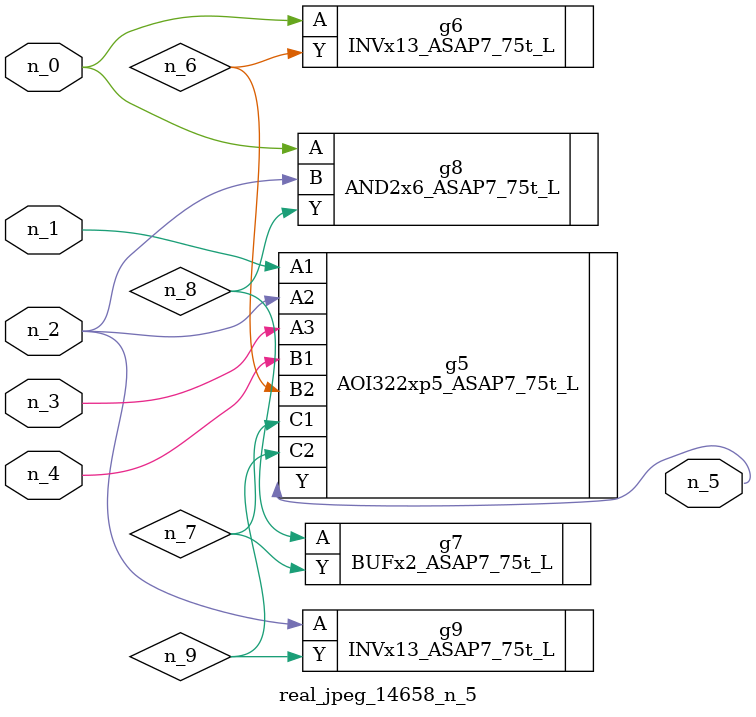
<source format=v>
module real_jpeg_14658_n_5 (n_4, n_0, n_1, n_2, n_3, n_5);

input n_4;
input n_0;
input n_1;
input n_2;
input n_3;

output n_5;

wire n_8;
wire n_6;
wire n_7;
wire n_9;

INVx13_ASAP7_75t_L g6 ( 
.A(n_0),
.Y(n_6)
);

AND2x6_ASAP7_75t_L g8 ( 
.A(n_0),
.B(n_2),
.Y(n_8)
);

AOI322xp5_ASAP7_75t_L g5 ( 
.A1(n_1),
.A2(n_2),
.A3(n_3),
.B1(n_4),
.B2(n_6),
.C1(n_7),
.C2(n_9),
.Y(n_5)
);

INVx13_ASAP7_75t_L g9 ( 
.A(n_2),
.Y(n_9)
);

BUFx2_ASAP7_75t_L g7 ( 
.A(n_8),
.Y(n_7)
);


endmodule
</source>
